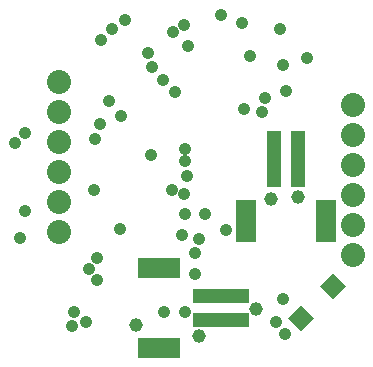
<source format=gbs>
G75*
G70*
%OFA0B0*%
%FSLAX24Y24*%
%IPPOS*%
%LPD*%
%AMOC8*
5,1,8,0,0,1.08239X$1,22.5*
%
%ADD10C,0.0800*%
%ADD11R,0.0454X0.1871*%
%ADD12R,0.0690X0.1399*%
%ADD13R,0.1871X0.0454*%
%ADD14R,0.1399X0.0690*%
%ADD15R,0.0611X0.0611*%
%ADD16C,0.0417*%
%ADD17C,0.0456*%
D10*
X003059Y005809D03*
X003059Y006809D03*
X003059Y007809D03*
X003059Y008809D03*
X003059Y009809D03*
X003059Y010809D03*
X012834Y010034D03*
X012834Y009034D03*
X012834Y008034D03*
X012834Y007034D03*
X012834Y006034D03*
X012834Y005034D03*
D11*
X011001Y008234D03*
X010213Y008234D03*
D12*
X009268Y006186D03*
X011946Y006186D03*
D13*
X008446Y003673D03*
X008446Y002885D03*
D14*
X006398Y001940D03*
X006398Y004618D03*
D15*
G36*
X011561Y002940D02*
X011130Y002509D01*
X010699Y002940D01*
X011130Y003371D01*
X011561Y002940D01*
G37*
G36*
X012619Y003998D02*
X012188Y003567D01*
X011757Y003998D01*
X012188Y004429D01*
X012619Y003998D01*
G37*
D16*
X003479Y002659D03*
X003939Y002789D03*
X003549Y003139D03*
X004309Y004209D03*
X004059Y004559D03*
X004319Y004929D03*
X005069Y005899D03*
X004209Y007209D03*
X004259Y008909D03*
X004409Y009409D03*
X005109Y009684D03*
X004709Y010159D03*
X006159Y011309D03*
X006009Y011759D03*
X006509Y010859D03*
X006909Y010459D03*
X007359Y012009D03*
X006859Y012459D03*
X007209Y012709D03*
X008449Y013049D03*
X009159Y012759D03*
X009409Y011659D03*
X010409Y012559D03*
X011309Y011609D03*
X010509Y011359D03*
X010609Y010509D03*
X009909Y010259D03*
X009809Y009809D03*
X009209Y009909D03*
X007259Y008559D03*
X007259Y008159D03*
X007309Y007659D03*
X007209Y007059D03*
X006809Y007209D03*
X007259Y006409D03*
X007159Y005699D03*
X007709Y005559D03*
X007579Y005099D03*
X007599Y004409D03*
X007243Y003133D03*
X006543Y003123D03*
X008609Y005859D03*
X007919Y006409D03*
X006109Y008359D03*
X004459Y012209D03*
X004809Y012559D03*
X005259Y012859D03*
X001909Y009109D03*
X001589Y008759D03*
X001909Y006509D03*
X001759Y005609D03*
X010279Y002819D03*
X010569Y002409D03*
X010509Y003559D03*
D17*
X009623Y003253D03*
X007713Y002323D03*
X005603Y002693D03*
X010103Y006893D03*
X011013Y006963D03*
M02*

</source>
